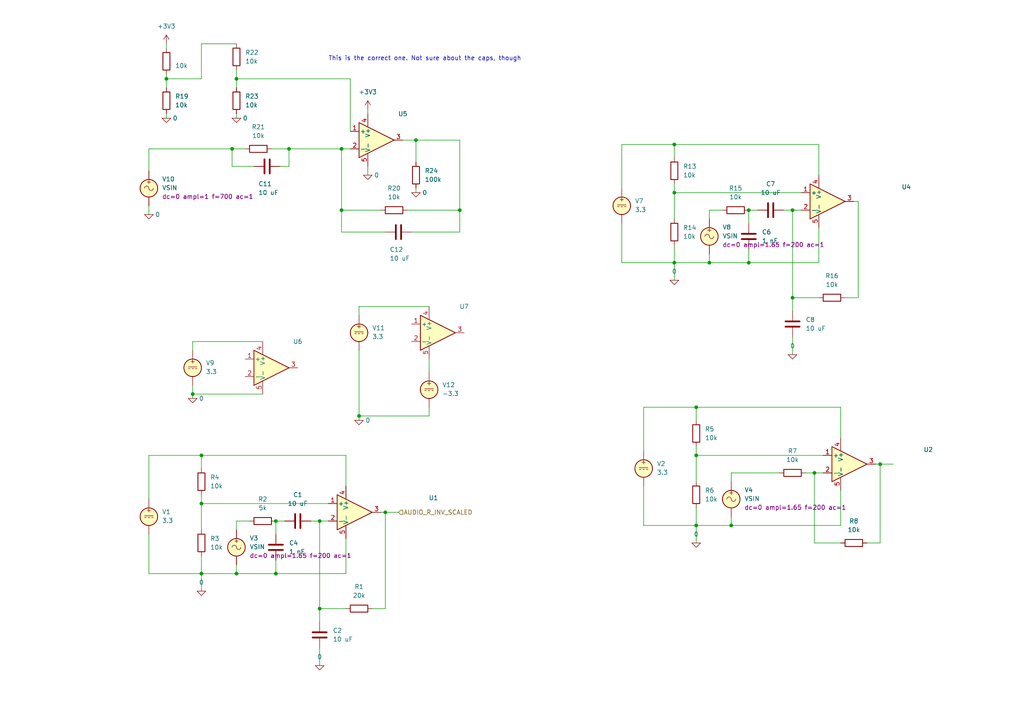
<source format=kicad_sch>
(kicad_sch (version 20230121) (generator eeschema)
  (paper "A4")
  (lib_symbols
    (symbol "Device:C" (pin_numbers hide) (pin_names (offset 0.254))
      (property "Reference" "C" (at 0.635 2.54 0))
      (property "Value" "C" (at 0.635 -2.54 0))
      (symbol "C_0_1"
        (polyline (pts (xy -2.032 -0.762) (xy 2.032 -0.762)) (stroke (width 0.508)))
        (polyline (pts (xy -2.032 0.762) (xy 2.032 0.762)) (stroke (width 0.508)))
      )
      (symbol "C_1_1"
        (pin passive line (at 0 3.81 270) (length 2.794) (name "~") (number "1"))
        (pin passive line (at 0 -3.81 90) (length 2.794) (name "~") (number "2"))
      )
    )
    (symbol "Device:R" (pin_numbers hide) (pin_names (offset 0))
      (property "Reference" "R" (at 2.032 0 90))
      (property "Value" "R" (at 0 0 90))
      (symbol "R_0_1"
        (rectangle (start -1.016 -2.54) (end 1.016 2.54) (stroke (width 0.254)))
      )
      (symbol "R_1_1"
        (pin passive line (at 0 3.81 270) (length 1.27) (name "~") (number "1"))
        (pin passive line (at 0 -3.81 90) (length 1.27) (name "~") (number "2"))
      )
    )
    (symbol "Simulation_SPICE:0" (power) (pin_names (offset 0))
      (property "Value" "0" (at 0 -1.778 0))
      (symbol "0_0_1"
        (polyline (pts (xy -1.27 0) (xy 0 -1.27) (xy 1.27 0) (xy -1.27 0)))
      )
      (symbol "0_1_1"
        (pin power_in line (at 0 0 0) (length 0) hide (name "0") (number "1"))
      )
    )
    (symbol "Simulation_SPICE:OPAMP" (pin_names (offset 0.254))
      (property "Reference" "U" (at 3.81 3.175 0))
      (property "Value" "${SIM.PARAMS}" (at 3.81 -3.175 0))
      (symbol "OPAMP_0_1"
        (polyline (pts (xy 5.08 0) (xy -5.08 5.08) (xy -5.08 -5.08) (xy 5.08 0)) (stroke (width 0.254)) (fill (type background)))
      )
      (symbol "OPAMP_1_1"
        (pin input line (at -7.62 2.54 0) (length 2.54) (name "+") (number "1"))
        (pin input line (at -7.62 -2.54 0) (length 2.54) (name "-") (number "2"))
        (pin output line (at 7.62 0 180) (length 2.54) (name "~") (number "3"))
        (pin power_in line (at -2.54 7.62 270) (length 3.81) (name "V+") (number "4"))
        (pin power_in line (at -2.54 -7.62 90) (length 3.81) (name "V-") (number "5"))
      )
    )
    (symbol "Simulation_SPICE:VDC" (pin_numbers hide) (pin_names (offset 0.0254))
      (property "Reference" "V" (at 2.54 2.54 0))
      (property "Value" "1" (at 2.54 0 0))
      (symbol "VDC_0_0"
        (polyline (pts (xy -1.27 0.254) (xy 1.27 0.254)))
        (polyline (pts (xy -0.762 -0.254) (xy -1.27 -0.254)))
        (polyline (pts (xy 0.254 -0.254) (xy -0.254 -0.254)))
        (polyline (pts (xy 1.27 -0.254) (xy 0.762 -0.254)))
        (text "+" (at 0 1.905 0) (effects (font (size 1.27 1.27))))
      )
      (symbol "VDC_0_1"
        (circle (center 0 0) (radius 2.54) (stroke (width 0.254)) (fill (type background)))
      )
      (symbol "VDC_1_1"
        (pin passive line (at 0 5.08 270) (length 2.54) (name "~") (number "1"))
        (pin passive line (at 0 -5.08 90) (length 2.54) (name "~") (number "2"))
      )
    )
    (symbol "Simulation_SPICE:VSIN" (pin_numbers hide) (pin_names (offset 0.0254))
      (property "Reference" "V" (at 2.54 2.54 0))
      (property "Value" "VSIN" (at 2.54 0 0))
      (property "Sim.Params" "dc=0 ampl=1 f=1k ac=1" (at 2.54 -2.54 0))
      (symbol "VSIN_0_0"
        (arc (start 0 0) (mid -0.635 0.6323) (end -1.27 0))
        (arc (start 0 0) (mid 0.635 -0.6323) (end 1.27 0))
        (text "+" (at 0 1.905 0) (effects (font (size 1.27 1.27))))
      )
      (symbol "VSIN_0_1"
        (circle (center 0 0) (radius 2.54) (stroke (width 0.254)) (fill (type background)))
      )
      (symbol "VSIN_1_1"
        (pin passive line (at 0 5.08 270) (length 2.54) (name "~") (number "1"))
        (pin passive line (at 0 -5.08 90) (length 2.54) (name "~") (number "2"))
      )
    )
    (symbol "power:+3V3" (power) (pin_names (offset 0))
      (property "Value" "+3V3" (at 0 3.556 0))
      (symbol "+3V3_0_1"
        (polyline (pts (xy -0.762 1.27) (xy 0 2.54)))
        (polyline (pts (xy 0 0) (xy 0 2.54)))
        (polyline (pts (xy 0 2.54) (xy 0.762 1.27)))
      )
      (symbol "+3V3_1_1"
        (pin power_in line (at 0 0 90) (length 0) hide (name "+3V3") (number "1"))
      )
    )
  )
  (junction (at 120.65 40.64))
  (junction (at 229.87 60.96))
  (junction (at 212.09 152.4))
  (junction (at 58.42 166.37))
  (junction (at -121.92 81.28))
  (junction (at -60.96 80.01))
  (junction (at 67.31 43.18))
  (junction (at 80.01 151.13))
  (junction (at 68.58 166.37))
  (junction (at 48.26 22.86))
  (junction (at 99.06 60.96))
  (junction (at 201.93 132.08))
  (junction (at 195.58 41.91))
  (junction (at -121.92 54.61))
  (junction (at -104.14 59.69))
  (junction (at 201.93 152.4))
  (junction (at 58.42 146.05))
  (junction (at 104.14 120.65))
  (junction (at 92.71 176.53))
  (junction (at -35.56 57.15))
  (junction (at 229.87 86.36))
  (junction (at 236.22 137.16))
  (junction (at 255.27 134.62))
  (junction (at 58.42 132.08))
  (junction (at -17.78 57.15))
  (junction (at 68.58 22.86))
  (junction (at 195.58 55.88))
  (junction (at 133.35 60.96))
  (junction (at -60.96 59.69))
  (junction (at -90.17 59.69))
  (junction (at -121.92 40.64))
  (junction (at 217.17 76.2))
  (junction (at 55.88 114.3))
  (junction (at 217.17 60.96))
  (junction (at -35.56 80.01))
  (junction (at 201.93 118.11))
  (junction (at 99.06 43.18))
  (junction (at 83.82 43.18))
  (junction (at 92.71 151.13))
  (junction (at 205.74 76.2))
  (junction (at 111.76 148.59))
  (junction (at 195.58 76.2))
  (junction (at 80.01 166.37))
  (wire (pts (xy -121.92 69.85) (xy -121.92 81.28)))
  (wire (pts (xy 68.58 153.67) (xy 68.58 151.13)))
  (wire (pts (xy 43.18 166.37) (xy 58.42 166.37)))
  (wire (pts (xy 48.26 34.29) (xy 48.26 33.02)))
  (wire (pts (xy -90.17 59.69) (xy -90.17 81.28)))
  (wire (pts (xy 68.58 33.02) (xy 68.58 34.29)))
  (wire (pts (xy -45.72 80.01) (xy -35.56 80.01)))
  (wire (pts (xy 55.88 99.06) (xy 76.2 99.06)))
  (wire (pts (xy -121.92 54.61) (xy -58.42 54.61)))
  (wire (pts (xy 212.09 152.4) (xy 201.93 152.4)))
  (wire (pts (xy -60.96 91.44) (xy -53.34 91.44)))
  (wire (pts (xy 107.95 176.53) (xy 111.76 176.53)))
  (wire (pts (xy -109.22 81.28) (xy -121.92 81.28)))
  (wire (pts (xy 180.34 54.61) (xy 180.34 41.91)))
  (wire (pts (xy 111.76 176.53) (xy 111.76 148.59)))
  (wire (pts (xy 58.42 12.7) (xy 68.58 12.7)))
  (wire (pts (xy 186.69 152.4) (xy 201.93 152.4)))
  (wire (pts (xy 111.76 148.59) (xy 115.57 148.59)))
  (wire (pts (xy 58.42 132.08) (xy 58.42 135.89)))
  (wire (pts (xy 80.01 166.37) (xy 68.58 166.37)))
  (wire (pts (xy 237.49 66.04) (xy 237.49 76.2)))
  (wire (pts (xy 58.42 146.05) (xy 95.25 146.05)))
  (wire (pts (xy 80.01 151.13) (xy 80.01 154.94)))
  (wire (pts (xy -43.18 57.15) (xy -35.56 57.15)))
  (wire (pts (xy 205.74 76.2) (xy 205.74 73.66)))
  (wire (pts (xy -17.78 59.69) (xy -17.78 57.15)))
  (wire (pts (xy 186.69 118.11) (xy 201.93 118.11)))
  (wire (pts (xy 106.68 48.26) (xy 106.68 50.8)))
  (wire (pts (xy 67.31 43.18) (xy 67.31 48.26)))
  (wire (pts (xy 180.34 41.91) (xy 195.58 41.91)))
  (wire (pts (xy 195.58 53.34) (xy 195.58 55.88)))
  (wire (pts (xy 195.58 71.12) (xy 195.58 76.2)))
  (wire (pts (xy 186.69 140.97) (xy 186.69 152.4)))
  (wire (pts (xy 68.58 22.86) (xy 68.58 25.4)))
  (wire (pts (xy 48.26 21.59) (xy 48.26 22.86)))
  (wire (pts (xy 68.58 166.37) (xy 68.58 163.83)))
  (wire (pts (xy 120.65 55.88) (xy 120.65 54.61)))
  (wire (pts (xy 201.93 129.54) (xy 201.93 132.08)))
  (wire (pts (xy 58.42 22.86) (xy 58.42 12.7)))
  (wire (pts (xy 133.35 40.64) (xy 120.65 40.64)))
  (wire (pts (xy 124.46 104.14) (xy 124.46 107.95)))
  (wire (pts (xy 100.33 156.21) (xy 100.33 166.37)))
  (wire (pts (xy 68.58 22.86) (xy 101.6 22.86)))
  (wire (pts (xy -53.34 40.64) (xy -53.34 49.53)))
  (wire (pts (xy 201.93 118.11) (xy 201.93 121.92)))
  (wire (pts (xy -60.96 80.01) (xy -53.34 80.01)))
  (wire (pts (xy 201.93 152.4) (xy 201.93 157.48)))
  (wire (pts (xy 243.84 142.24) (xy 243.84 152.4)))
  (wire (pts (xy -104.14 81.28) (xy -100.33 81.28)))
  (wire (pts (xy 67.31 48.26) (xy 73.66 48.26)))
  (wire (pts (xy 43.18 132.08) (xy 58.42 132.08)))
  (wire (pts (xy 195.58 41.91) (xy 237.49 41.91)))
  (wire (pts (xy 251.46 157.48) (xy 255.27 157.48)))
  (wire (pts (xy 48.26 12.7) (xy 48.26 13.97)))
  (wire (pts (xy 111.76 148.59) (xy 110.49 148.59)))
  (wire (pts (xy 55.88 114.3) (xy 76.2 114.3)))
  (wire (pts (xy 201.93 132.08) (xy 238.76 132.08)))
  (wire (pts (xy 83.82 43.18) (xy 99.06 43.18)))
  (wire (pts (xy 104.14 101.6) (xy 104.14 120.65)))
  (wire (pts (xy 195.58 55.88) (xy 232.41 55.88)))
  (wire (pts (xy -90.17 59.69) (xy -77.47 59.69)))
  (wire (pts (xy 133.35 60.96) (xy 133.35 67.31)))
  (wire (pts (xy 120.65 40.64) (xy 120.65 46.99)))
  (wire (pts (xy 195.58 76.2) (xy 195.58 81.28)))
  (wire (pts (xy 205.74 76.2) (xy 195.58 76.2)))
  (wire (pts (xy 186.69 130.81) (xy 186.69 118.11)))
  (wire (pts (xy -121.92 40.64) (xy -121.92 44.45)))
  (wire (pts (xy -104.14 59.69) (xy -104.14 81.28)))
  (wire (pts (xy 212.09 152.4) (xy 212.09 149.86)))
  (wire (pts (xy 68.58 20.32) (xy 68.58 22.86)))
  (wire (pts (xy 229.87 86.36) (xy 237.49 86.36)))
  (wire (pts (xy 101.6 22.86) (xy 101.6 38.1)))
  (wire (pts (xy -60.96 80.01) (xy -60.96 91.44)))
  (wire (pts (xy 68.58 151.13) (xy 72.39 151.13)))
  (wire (pts (xy 67.31 43.18) (xy 71.12 43.18)))
  (wire (pts (xy 248.92 58.42) (xy 247.65 58.42)))
  (wire (pts (xy 243.84 152.4) (xy 212.09 152.4)))
  (wire (pts (xy 100.33 132.08) (xy 100.33 140.97)))
  (wire (pts (xy 133.35 40.64) (xy 133.35 60.96)))
  (wire (pts (xy -35.56 91.44) (xy -35.56 80.01)))
  (wire (pts (xy 116.84 40.64) (xy 120.65 40.64)))
  (wire (pts (xy -25.4 80.01) (xy -35.56 80.01)))
  (wire (pts (xy 55.88 111.76) (xy 55.88 114.3)))
  (wire (pts (xy 78.74 43.18) (xy 83.82 43.18)))
  (wire (pts (xy 201.93 147.32) (xy 201.93 152.4)))
  (wire (pts (xy -109.22 62.23) (xy -109.22 59.69)))
  (wire (pts (xy 43.18 43.18) (xy 67.31 43.18)))
  (wire (pts (xy 201.93 132.08) (xy 201.93 139.7)))
  (wire (pts (xy -93.98 59.69) (xy -90.17 59.69)))
  (wire (pts (xy 58.42 166.37) (xy 58.42 171.45)))
  (wire (pts (xy 124.46 120.65) (xy 104.14 120.65)))
  (wire (pts (xy 55.88 114.3) (xy 55.88 115.57)))
  (wire (pts (xy -121.92 81.28) (xy -121.92 86.36)))
  (wire (pts (xy 43.18 62.23) (xy 43.18 59.69)))
  (wire (pts (xy 124.46 118.11) (xy 124.46 120.65)))
  (wire (pts (xy 58.42 146.05) (xy 58.42 153.67)))
  (wire (pts (xy -53.34 64.77) (xy -53.34 67.31)))
  (wire (pts (xy 233.68 137.16) (xy 236.22 137.16)))
  (wire (pts (xy -60.96 59.69) (xy -60.96 80.01)))
  (wire (pts (xy -17.78 67.31) (xy -17.78 72.39)))
  (wire (pts (xy 201.93 118.11) (xy 243.84 118.11)))
  (wire (pts (xy 217.17 76.2) (xy 205.74 76.2)))
  (wire (pts (xy -35.56 71.12) (xy -35.56 80.01)))
  (wire (pts (xy 180.34 64.77) (xy 180.34 76.2)))
  (wire (pts (xy 119.38 67.31) (xy 133.35 67.31)))
  (wire (pts (xy 99.06 60.96) (xy 99.06 67.31)))
  (wire (pts (xy -134.62 53.34) (xy -134.62 40.64)))
  (wire (pts (xy 83.82 48.26) (xy 83.82 43.18)))
  (wire (pts (xy 236.22 157.48) (xy 236.22 137.16)))
  (wire (pts (xy 99.06 60.96) (xy 99.06 43.18)))
  (wire (pts (xy 255.27 157.48) (xy 255.27 134.62)))
  (wire (pts (xy 58.42 132.08) (xy 100.33 132.08)))
  (wire (pts (xy -35.56 57.15) (xy -17.78 57.15)))
  (wire (pts (xy -92.71 81.28) (xy -90.17 81.28)))
  (wire (pts (xy 236.22 157.48) (xy 243.84 157.48)))
  (wire (pts (xy 68.58 166.37) (xy 58.42 166.37)))
  (wire (pts (xy 58.42 161.29) (xy 58.42 166.37)))
  (wire (pts (xy 212.09 139.7) (xy 212.09 137.16)))
  (wire (pts (xy 55.88 101.6) (xy 55.88 99.06)))
  (wire (pts (xy -109.22 72.39) (xy -109.22 81.28)))
  (wire (pts (xy -134.62 81.28) (xy -121.92 81.28)))
  (wire (pts (xy 180.34 76.2) (xy 195.58 76.2)))
  (wire (pts (xy 43.18 154.94) (xy 43.18 166.37)))
  (wire (pts (xy 205.74 63.5) (xy 205.74 60.96)))
  (wire (pts (xy 195.58 55.88) (xy 195.58 63.5)))
  (wire (pts (xy 58.42 143.51) (xy 58.42 146.05)))
  (wire (pts (xy 104.14 91.44) (xy 104.14 88.9)))
  (wire (pts (xy 229.87 97.79) (xy 229.87 102.87)))
  (wire (pts (xy 80.01 162.56) (xy 80.01 166.37)))
  (wire (pts (xy 255.27 134.62) (xy 259.08 134.62)))
  (wire (pts (xy 90.17 151.13) (xy 92.71 151.13)))
  (wire (pts (xy 104.14 88.9) (xy 124.46 88.9)))
  (wire (pts (xy 237.49 41.91) (xy 237.49 50.8)))
  (wire (pts (xy 229.87 86.36) (xy 229.87 90.17)))
  (wire (pts (xy 227.33 60.96) (xy 229.87 60.96)))
  (wire (pts (xy 99.06 43.18) (xy 101.6 43.18)))
  (wire (pts (xy 205.74 60.96) (xy 209.55 60.96)))
  (wire (pts (xy -69.85 59.69) (xy -60.96 59.69)))
  (wire (pts (xy -121.92 52.07) (xy -121.92 54.61)))
  (wire (pts (xy -104.14 59.69) (xy -101.6 59.69)))
  (wire (pts (xy 100.33 166.37) (xy 80.01 166.37)))
  (wire (pts (xy 43.18 49.53) (xy 43.18 43.18)))
  (wire (pts (xy 82.55 151.13) (xy 80.01 151.13)))
  (wire (pts (xy 195.58 41.91) (xy 195.58 45.72)))
  (wire (pts (xy 217.17 72.39) (xy 217.17 76.2)))
  (wire (pts (xy 236.22 137.16) (xy 238.76 137.16)))
  (wire (pts (xy 92.71 151.13) (xy 95.25 151.13)))
  (wire (pts (xy -60.96 59.69) (xy -58.42 59.69)))
  (wire (pts (xy -109.22 59.69) (xy -104.14 59.69)))
  (wire (pts (xy 81.28 48.26) (xy 83.82 48.26)))
  (wire (pts (xy 110.49 60.96) (xy 99.06 60.96)))
  (wire (pts (xy 99.06 67.31) (xy 111.76 67.31)))
  (wire (pts (xy -45.72 91.44) (xy -35.56 91.44)))
  (wire (pts (xy 104.14 120.65) (xy 104.14 121.92)))
  (wire (pts (xy 245.11 86.36) (xy 248.92 86.36)))
  (wire (pts (xy 219.71 60.96) (xy 217.17 60.96)))
  (wire (pts (xy 255.27 134.62) (xy 254 134.62)))
  (wire (pts (xy 248.92 86.36) (xy 248.92 58.42)))
  (wire (pts (xy 106.68 31.75) (xy 106.68 33.02)))
  (wire (pts (xy 48.26 22.86) (xy 48.26 25.4)))
  (wire (pts (xy 92.71 176.53) (xy 92.71 151.13)))
  (wire (pts (xy 133.35 60.96) (xy 118.11 60.96)))
  (wire (pts (xy 243.84 118.11) (xy 243.84 127)))
  (wire (pts (xy 48.26 22.86) (xy 58.42 22.86)))
  (wire (pts (xy 92.71 176.53) (xy 100.33 176.53)))
  (wire (pts (xy 229.87 60.96) (xy 232.41 60.96)))
  (wire (pts (xy 43.18 144.78) (xy 43.18 132.08)))
  (wire (pts (xy -134.62 40.64) (xy -121.92 40.64)))
  (wire (pts (xy -121.92 54.61) (xy -121.92 62.23)))
  (wire (pts (xy -134.62 63.5) (xy -134.62 81.28)))
  (wire (pts (xy -121.92 40.64) (xy -53.34 40.64)))
  (wire (pts (xy 217.17 60.96) (xy 217.17 64.77)))
  (wire (pts (xy 92.71 187.96) (xy 92.71 193.04)))
  (wire (pts (xy 229.87 86.36) (xy 229.87 60.96)))
  (wire (pts (xy 212.09 137.16) (xy 226.06 137.16)))
  (wire (pts (xy 92.71 176.53) (xy 92.71 180.34)))
  (wire (pts (xy 237.49 76.2) (xy 217.17 76.2)))
  (wire (pts (xy -17.78 57.15) (xy -10.16 57.15)))
  (wire (pts (xy -35.56 57.15) (xy -35.56 63.5)))
  (text ".tran 0.1 0.05\n" (at -57.15 120.65 0) (effects (font (size 1.27 1.27)) (justify left bottom)))
  (text "This is the correct one. Not sure about the caps, though" (at 95.25 17.78 0) (effects (font (size 1.27 1.27)) (justify left bottom)))
  (hierarchical_label "a" (shape input) (at -25.4 80.01 0))
  (hierarchical_label "b" (shape input) (at -10.16 57.15 0))
  (hierarchical_label "AUDIO_R_INV_SCALED" (shape input) (at 115.57 148.59 0))
  (symbol (lib_id "Simulation_SPICE:VDC") (at 124.46 113.03 0) (unit 1)
    (property "Reference" "V12" (at 128.27 111.6302 0) (effects (justify left)))
    (property "Value" "-3.3" (at 128.27 114.1702 0) (effects (justify left)))
    (property "Sim.Pins" "1=+ 2=-" (effects hide))
    (property "Sim.Type" "DC" (effects hide))
    (property "Sim.Device" "V" (effects hide))
  )
  (symbol (lib_id "Simulation_SPICE:OPAMP") (at -50.8 57.15 0) (unit 1)
    (property "Reference" "U3" (at -43.18 49.53 0))
    (property "Value" "${SIM.PARAMS}" (at -43.18 52.07 0))
    (property "Sim.Pins" "1=1 2=2 3=5 4=3 5=4" (effects hide))
    (property "Sim.Device" "SUBCKT" (effects hide))
    (property "Sim.Library" "TL072.lib" (effects hide))
    (property "Sim.Name" "TL072" (effects hide))
  )
  (symbol (lib_id "Device:R") (at 213.36 60.96 270) (unit 1)
    (property "Reference" "R15" (at 213.36 54.61 90))
    (property "Value" "10k" (at 213.36 57.15 90))
  )
  (symbol (lib_id "Simulation_SPICE:0") (at 43.18 62.23 0) (unit 1)
    (property "Reference" "#GND09" (effects hide))
    (property "Value" "0" (at 45.72 62.23 0))
  )
  (symbol (lib_id "Device:R") (at -49.53 80.01 90) (unit 1)
    (property "Reference" "R12" (at -49.53 73.66 90))
    (property "Value" "1k" (at -49.53 76.2 90))
  )
  (symbol (lib_id "Device:R") (at -121.92 48.26 180) (unit 1)
    (property "Reference" "R9" (at -119.38 46.99 0) (effects (justify right)))
    (property "Value" "10k" (at -119.38 49.53 0) (effects (justify right)))
  )
  (symbol (lib_id "Device:R") (at 68.58 16.51 180) (unit 1)
    (property "Reference" "R22" (at 71.12 15.24 0) (effects (justify right)))
    (property "Value" "10k" (at 71.12 17.78 0) (effects (justify right)))
  )
  (symbol (lib_id "Device:R") (at 201.93 143.51 180) (unit 1)
    (property "Reference" "R6" (at 204.47 142.24 0) (effects (justify right)))
    (property "Value" "10k" (at 204.47 144.78 0) (effects (justify right)))
  )
  (symbol (lib_id "Simulation_SPICE:VDC") (at 180.34 59.69 0) (unit 1)
    (property "Reference" "V7" (at 184.15 58.2902 0) (effects (justify left)))
    (property "Value" "3.3" (at 184.15 60.8302 0) (effects (justify left)))
    (property "Sim.Pins" "1=+ 2=-" (effects hide))
    (property "Sim.Type" "DC" (effects hide))
    (property "Sim.Device" "V" (effects hide))
  )
  (symbol (lib_id "Simulation_SPICE:VDC") (at 43.18 149.86 0) (unit 1)
    (property "Reference" "V1" (at 46.99 148.4602 0) (effects (justify left)))
    (property "Value" "3.3" (at 46.99 151.0002 0) (effects (justify left)))
    (property "Sim.Pins" "1=+ 2=-" (effects hide))
    (property "Sim.Type" "DC" (effects hide))
    (property "Sim.Device" "V" (effects hide))
  )
  (symbol (lib_id "Simulation_SPICE:0") (at 104.14 121.92 0) (unit 1)
    (property "Reference" "#GND014" (effects hide))
    (property "Value" "0" (at 106.68 121.92 0))
  )
  (symbol (lib_id "Device:C") (at -96.52 81.28 90) (unit 1)
    (property "Reference" "C5" (at -96.52 73.66 90))
    (property "Value" "10 uF" (at -96.52 76.2 90))
  )
  (symbol (lib_id "Device:C") (at 115.57 67.31 90) (unit 1)
    (property "Reference" "C12" (at 113.03 72.39 90) (effects (justify right)))
    (property "Value" "10 uF" (at 113.03 74.93 90) (effects (justify right)))
  )
  (symbol (lib_id "Device:R") (at 76.2 151.13 90) (unit 1)
    (property "Reference" "R2" (at 76.2 144.78 90))
    (property "Value" "5k" (at 76.2 147.32 90))
  )
  (symbol (lib_id "Device:R") (at 120.65 50.8 180) (unit 1)
    (property "Reference" "R24" (at 123.19 49.53 0) (effects (justify right)))
    (property "Value" "100k" (at 123.19 52.07 0) (effects (justify right)))
  )
  (symbol (lib_id "Device:C") (at 92.71 184.15 180) (unit 1)
    (property "Reference" "C2" (at 96.52 182.88 0) (effects (justify right)))
    (property "Value" "10 uF" (at 96.52 185.42 0) (effects (justify right)))
  )
  (symbol (lib_id "Device:R") (at 58.42 139.7 0) (unit 1)
    (property "Reference" "R4" (at 60.96 138.43 0) (effects (justify left)))
    (property "Value" "10k" (at 60.96 140.97 0) (effects (justify left)))
  )
  (symbol (lib_id "Device:R") (at 195.58 49.53 0) (unit 1)
    (property "Reference" "R13" (at 198.12 48.26 0) (effects (justify left)))
    (property "Value" "10k" (at 198.12 50.8 0) (effects (justify left)))
  )
  (symbol (lib_id "Simulation_SPICE:VSIN") (at -109.22 67.31 0) (unit 1)
    (property "Reference" "V6" (at -105.41 64.6402 0) (effects (justify left)))
    (property "Value" "VSIN" (at -105.41 67.1802 0) (effects (justify left)))
    (property "Sim.Pins" "1=+ 2=-" (effects hide))
    (property "Sim.Params" "dc=0 ampl=1.65 f=7000 ac=1" (at -105.41 69.7202 0) (effects (justify left)))
    (property "Sim.Type" "SIN" (effects hide))
    (property "Sim.Device" "V" (effects hide))
  )
  (symbol (lib_id "Device:C") (at 86.36 151.13 90) (unit 1)
    (property "Reference" "C1" (at 86.36 143.51 90))
    (property "Value" "10 uF" (at 86.36 146.05 90))
  )
  (symbol (lib_id "Simulation_SPICE:0") (at 55.88 115.57 0) (unit 1)
    (property "Reference" "#GND015" (effects hide))
    (property "Value" "0" (at 58.42 115.57 0))
  )
  (symbol (lib_id "Device:R") (at 195.58 67.31 180) (unit 1)
    (property "Reference" "R14" (at 198.12 66.04 0) (effects (justify right)))
    (property "Value" "10k" (at 198.12 68.58 0) (effects (justify right)))
  )
  (symbol (lib_id "Simulation_SPICE:VDC") (at 186.69 135.89 0) (unit 1)
    (property "Reference" "V2" (at 190.5 134.4902 0) (effects (justify left)))
    (property "Value" "3.3" (at 190.5 137.0302 0) (effects (justify left)))
    (property "Sim.Pins" "1=+ 2=-" (effects hide))
    (property "Sim.Type" "DC" (effects hide))
    (property "Sim.Device" "V" (effects hide))
  )
  (symbol (lib_id "Device:R") (at -17.78 63.5 180) (unit 1)
    (property "Reference" "R17" (at -15.24 62.23 0) (effects (justify right)))
    (property "Value" "100k" (at -15.24 64.77 0) (effects (justify right)))
  )
  (symbol (lib_id "power:+3V3") (at 106.68 31.75 0) (unit 1)
    (property "Reference" "#PWR01" (effects hide))
    (property "Value" "+3V3" (at 106.68 26.67 0))
  )
  (symbol (lib_id "Device:R") (at 58.42 157.48 180) (unit 1)
    (property "Reference" "R3" (at 60.96 156.21 0) (effects (justify right)))
    (property "Value" "10k" (at 60.96 158.75 0) (effects (justify right)))
  )
  (symbol (lib_id "Device:R") (at 229.87 137.16 90) (unit 1)
    (property "Reference" "R7" (at 229.87 130.81 90))
    (property "Value" "10k" (at 229.87 133.35 90))
  )
  (symbol (lib_id "Device:R") (at -97.79 59.69 90) (unit 1)
    (property "Reference" "R11" (at -97.79 53.34 90))
    (property "Value" "1k" (at -97.79 55.88 90))
  )
  (symbol (lib_id "power:+3V3") (at 48.26 12.7 0) (unit 1)
    (property "Reference" "#PWR02" (effects hide))
    (property "Value" "+3V3" (at 48.26 7.62 0))
  )
  (symbol (lib_id "Simulation_SPICE:0") (at -17.78 72.39 0) (unit 1)
    (property "Reference" "#GND08" (effects hide))
    (property "Value" "0" (at -17.78 69.85 0))
  )
  (symbol (lib_id "Simulation_SPICE:VSIN") (at 212.09 144.78 0) (unit 1)
    (property "Reference" "V4" (at 215.9 142.1102 0) (effects (justify left)))
    (property "Value" "VSIN" (at 215.9 144.6502 0) (effects (justify left)))
    (property "Sim.Pins" "1=+ 2=-" (effects hide))
    (property "Sim.Params" "dc=0 ampl=1.65 f=200 ac=1" (at 215.9 147.1902 0) (effects (justify left)))
    (property "Sim.Type" "SIN" (effects hide))
    (property "Sim.Device" "V" (effects hide))
  )
  (symbol (lib_id "Device:R") (at -121.92 66.04 180) (unit 1)
    (property "Reference" "R10" (at -119.38 64.77 0) (effects (justify right)))
    (property "Value" "10k" (at -119.38 67.31 0) (effects (justify right)))
  )
  (symbol (lib_id "Simulation_SPICE:0") (at -121.92 86.36 0) (unit 1)
    (property "Reference" "#GND03" (effects hide))
    (property "Value" "0" (at -121.92 83.82 0))
  )
  (symbol (lib_id "Device:C") (at 77.47 48.26 90) (unit 1)
    (property "Reference" "C11" (at 74.93 53.34 90) (effects (justify right)))
    (property "Value" "10 uF" (at 74.93 55.88 90) (effects (justify right)))
  )
  (symbol (lib_id "Simulation_SPICE:VSIN") (at 205.74 68.58 0) (unit 1)
    (property "Reference" "V8" (at 209.55 65.9102 0) (effects (justify left)))
    (property "Value" "VSIN" (at 209.55 68.4502 0) (effects (justify left)))
    (property "Sim.Pins" "1=+ 2=-" (effects hide))
    (property "Sim.Params" "dc=0 ampl=1.65 f=200 ac=1" (at 209.55 70.9902 0) (effects (justify left)))
    (property "Sim.Type" "SIN" (effects hide))
    (property "Sim.Device" "V" (effects hide))
  )
  (symbol (lib_id "Device:R") (at 48.26 17.78 180) (unit 1)
    (property "Reference" "R18" (effects hide))
    (property "Value" "10k" (at 50.8 19.05 0) (effects (justify right)))
  )
  (symbol (lib_id "Simulation_SPICE:0") (at 195.58 81.28 0) (unit 1)
    (property "Reference" "#GND05" (effects hide))
    (property "Value" "0" (at 195.58 78.74 0))
  )
  (symbol (lib_id "Simulation_SPICE:VSIN") (at 68.58 158.75 0) (unit 1)
    (property "Reference" "V3" (at 72.39 156.0802 0) (effects (justify left)))
    (property "Value" "VSIN" (at 72.39 158.6202 0) (effects (justify left)))
    (property "Sim.Pins" "1=+ 2=-" (effects hide))
    (property "Sim.Params" "dc=0 ampl=1.65 f=200 ac=1" (at 72.39 161.1602 0) (effects (justify left)))
    (property "Sim.Type" "SIN" (effects hide))
    (property "Sim.Device" "V" (effects hide))
  )
  (symbol (lib_id "Simulation_SPICE:0") (at -53.34 67.31 0) (unit 1)
    (property "Reference" "#GND07" (effects hide))
    (property "Value" "0" (at -50.8 67.31 0))
  )
  (symbol (lib_id "Device:R") (at 201.93 125.73 0) (unit 1)
    (property "Reference" "R5" (at 204.47 124.46 0) (effects (justify left)))
    (property "Value" "10k" (at 204.47 127 0) (effects (justify left)))
  )
  (symbol (lib_id "Simulation_SPICE:OPAMP") (at 240.03 58.42 0) (unit 1)
    (property "Reference" "U4" (at 262.89 54.2291 0))
    (property "Value" "${SIM.PARAMS}" (at 262.89 56.7691 0))
    (property "Sim.Pins" "1=1 2=2 3=5 4=3 5=4" (effects hide))
    (property "Sim.Device" "SUBCKT" (effects hide))
    (property "Sim.Library" "TL072.lib" (effects hide))
    (property "Sim.Name" "TL072" (effects hide))
  )
  (symbol (lib_id "Simulation_SPICE:0") (at 106.68 50.8 0) (unit 1)
    (property "Reference" "#GND010" (effects hide))
    (property "Value" "0" (at 109.22 50.8 0))
  )
  (symbol (lib_id "Device:R") (at 104.14 176.53 90) (unit 1)
    (property "Reference" "R1" (at 104.14 170.18 90))
    (property "Value" "20k" (at 104.14 172.72 90))
  )
  (symbol (lib_id "Simulation_SPICE:VDC") (at -134.62 58.42 0) (unit 1)
    (property "Reference" "V5" (at -130.81 57.0202 0) (effects (justify left)))
    (property "Value" "3.3" (at -130.81 59.5602 0) (effects (justify left)))
    (property "Sim.Pins" "1=+ 2=-" (effects hide))
    (property "Sim.Type" "DC" (effects hide))
    (property "Sim.Device" "V" (effects hide))
  )
  (symbol (lib_id "Simulation_SPICE:OPAMP") (at 109.22 40.64 0) (unit 1)
    (property "Reference" "U5" (at 116.84 33.02 0))
    (property "Value" "${SIM.PARAMS}" (at 116.84 35.56 0))
    (property "Sim.Pins" "1=1 2=2 3=5 4=3 5=4" (effects hide))
    (property "Sim.Device" "SUBCKT" (effects hide))
    (property "Sim.Library" "TL072.lib" (effects hide))
    (property "Sim.Name" "TL072" (effects hide))
  )
  (symbol (lib_id "Simulation_SPICE:0") (at 48.26 34.29 0) (unit 1)
    (property "Reference" "#GND011" (effects hide))
    (property "Value" "0" (at 50.8 34.29 0))
  )
  (symbol (lib_id "Simulation_SPICE:0") (at 201.93 157.48 0) (unit 1)
    (property "Reference" "#GND02" (effects hide))
    (property "Value" "0" (at 201.93 154.94 0))
  )
  (symbol (lib_id "Device:C") (at -49.53 91.44 270) (unit 1)
    (property "Reference" "C3" (at -49.53 83.82 90))
    (property "Value" "10 uF" (at -49.53 86.36 90))
  )
  (symbol (lib_id "Device:R") (at 114.3 60.96 90) (unit 1)
    (property "Reference" "R20" (at 114.3 54.61 90))
    (property "Value" "10k" (at 114.3 57.15 90))
  )
  (symbol (lib_id "Device:R") (at 247.65 157.48 90) (unit 1)
    (property "Reference" "R8" (at 247.65 151.13 90))
    (property "Value" "10k" (at 247.65 153.67 90))
  )
  (symbol (lib_id "Device:C") (at 80.01 158.75 180) (unit 1)
    (property "Reference" "C4" (at 83.82 157.48 0) (effects (justify right)))
    (property "Value" "1 nF" (at 83.82 160.02 0) (effects (justify right)))
  )
  (symbol (lib_id "Device:C") (at 223.52 60.96 90) (unit 1)
    (property "Reference" "C7" (at 223.52 53.34 90))
    (property "Value" "10 uF" (at 223.52 55.88 90))
  )
  (symbol (lib_id "Simulation_SPICE:0") (at 58.42 171.45 0) (unit 1)
    (property "Reference" "#GND01" (effects hide))
    (property "Value" "0" (at 58.42 168.91 0))
  )
  (symbol (lib_id "Simulation_SPICE:OPAMP") (at 102.87 148.59 0) (unit 1)
    (property "Reference" "U1" (at 125.73 144.3991 0))
    (property "Value" "${SIM.PARAMS}" (at 125.73 146.9391 0))
    (property "Sim.Pins" "1=1 2=2 3=5 4=3 5=4" (effects hide))
    (property "Sim.Device" "SUBCKT" (effects hide))
    (property "Sim.Library" "TL072.lib" (effects hide))
    (property "Sim.Name" "TL072" (effects hide))
  )
  (symbol (lib_id "Device:R") (at 68.58 29.21 180) (unit 1)
    (property "Reference" "R23" (at 71.12 27.94 0) (effects (justify right)))
    (property "Value" "10k" (at 71.12 30.48 0) (effects (justify right)))
  )
  (symbol (lib_id "Simulation_SPICE:OPAMP") (at 78.74 106.68 0) (unit 1)
    (property "Reference" "U6" (at 86.36 99.06 0))
    (property "Value" "${SIM.PARAMS}" (at 86.36 101.6 0))
    (property "Sim.Pins" "1=1 2=2 3=5 4=3 5=4" (effects hide))
    (property "Sim.Device" "SUBCKT" (effects hide))
    (property "Sim.Library" "TL072.lib" (effects hide))
    (property "Sim.Name" "TL072" (effects hide))
  )
  (symbol (lib_id "Simulation_SPICE:0") (at 229.87 102.87 0) (unit 1)
    (property "Reference" "#GND06" (effects hide))
    (property "Value" "0" (at 229.87 100.33 0))
  )
  (symbol (lib_id "Simulation_SPICE:VDC") (at 55.88 106.68 0) (unit 1)
    (property "Reference" "V9" (at 59.69 105.2802 0) (effects (justify left)))
    (property "Value" "3.3" (at 59.69 107.8202 0) (effects (justify left)))
    (property "Sim.Pins" "1=+ 2=-" (effects hide))
    (property "Sim.Type" "DC" (effects hide))
    (property "Sim.Device" "V" (effects hide))
  )
  (symbol (lib_id "Device:C") (at 229.87 93.98 180) (unit 1)
    (property "Reference" "C8" (at 233.68 92.71 0) (effects (justify right)))
    (property "Value" "10 uF" (at 233.68 95.25 0) (effects (justify right)))
  )
  (symbol (lib_id "Device:R") (at 241.3 86.36 270) (unit 1)
    (property "Reference" "R16" (at 241.3 80.01 90))
    (property "Value" "10k" (at 241.3 82.55 90))
  )
  (symbol (lib_id "Device:R") (at 48.26 29.21 180) (unit 1)
    (property "Reference" "R19" (at 50.8 27.94 0) (effects (justify right)))
    (property "Value" "10k" (at 50.8 30.48 0) (effects (justify right)))
  )
  (symbol (lib_id "Simulation_SPICE:VSIN") (at 43.18 54.61 0) (unit 1)
    (property "Reference" "V10" (at 46.99 51.9402 0) (effects (justify left)))
    (property "Value" "VSIN" (at 46.99 54.4802 0) (effects (justify left)))
    (property "Sim.Pins" "1=+ 2=-" (effects hide))
    (property "Sim.Params" "dc=0 ampl=1 f=700 ac=1" (at 46.99 57.0202 0) (effects (justify left)))
    (property "Sim.Type" "SIN" (effects hide))
    (property "Sim.Device" "V" (effects hide))
  )
  (symbol (lib_id "Device:C") (at -35.56 67.31 180) (unit 1)
    (property "Reference" "C9" (at -33.02 66.04 0) (effects (justify right)))
    (property "Value" "10 uF" (at -33.02 68.58 0) (effects (justify right)))
  )
  (symbol (lib_id "Device:R") (at 74.93 43.18 90) (unit 1)
    (property "Reference" "R21" (at 74.93 36.83 90))
    (property "Value" "10k" (at 74.93 39.37 90))
  )
  (symbol (lib_id "Device:C") (at -73.66 59.69 90) (unit 1)
    (property "Reference" "C10" (at -73.66 52.07 90))
    (property "Value" "10 uF" (at -73.66 54.61 90))
  )
  (symbol (lib_id "Simulation_SPICE:0") (at 120.65 55.88 0) (unit 1)
    (property "Reference" "#GND013" (effects hide))
    (property "Value" "0" (at 123.19 55.88 0))
  )
  (symbol (lib_id "Device:C") (at 217.17 68.58 180) (unit 1)
    (property "Reference" "C6" (at 220.98 67.31 0) (effects (justify right)))
    (property "Value" "1 nF" (at 220.98 69.85 0) (effects (justify right)))
  )
  (symbol (lib_id "Simulation_SPICE:0") (at 92.71 193.04 0) (unit 1)
    (property "Reference" "#GND04" (effects hide))
    (property "Value" "0" (at 92.71 190.5 0))
  )
  (symbol (lib_id "Simulation_SPICE:VDC") (at 104.14 96.52 0) (unit 1)
    (property "Reference" "V11" (at 107.95 95.1202 0) (effects (justify left)))
    (property "Value" "3.3" (at 107.95 97.6602 0) (effects (justify left)))
    (property "Sim.Pins" "1=+ 2=-" (effects hide))
    (property "Sim.Type" "DC" (effects hide))
    (property "Sim.Device" "V" (effects hide))
  )
  (symbol (lib_id "Simulation_SPICE:OPAMP") (at 127 96.52 0) (unit 1)
    (property "Reference" "U7" (at 134.62 88.9 0))
    (property "Value" "${SIM.PARAMS}" (at 134.62 91.44 0))
    (property "Sim.Pins" "1=1 2=2 3=5 4=3 5=4" (effects hide))
    (property "Sim.Device" "SUBCKT" (effects hide))
    (property "Sim.Library" "TL072.lib" (effects hide))
    (property "Sim.Name" "TL072" (effects hide))
  )
  (symbol (lib_id "Simulation_SPICE:0") (at 68.58 34.29 0) (unit 1)
    (property "Reference" "#GND012" (effects hide))
    (property "Value" "0" (at 71.12 34.29 0))
  )
  (symbol (lib_id "Simulation_SPICE:OPAMP") (at 246.38 134.62 0) (unit 1)
    (property "Reference" "U2" (at 269.24 130.4291 0))
    (property "Value" "${SIM.PARAMS}" (at 269.24 132.9691 0))
    (property "Sim.Pins" "1=1 2=2 3=5 4=3 5=4" (effects hide))
    (property "Sim.Device" "SUBCKT" (effects hide))
    (property "Sim.Library" "TL072.lib" (effects hide))
    (property "Sim.Name" "TL072" (effects hide))
  )
)
</source>
